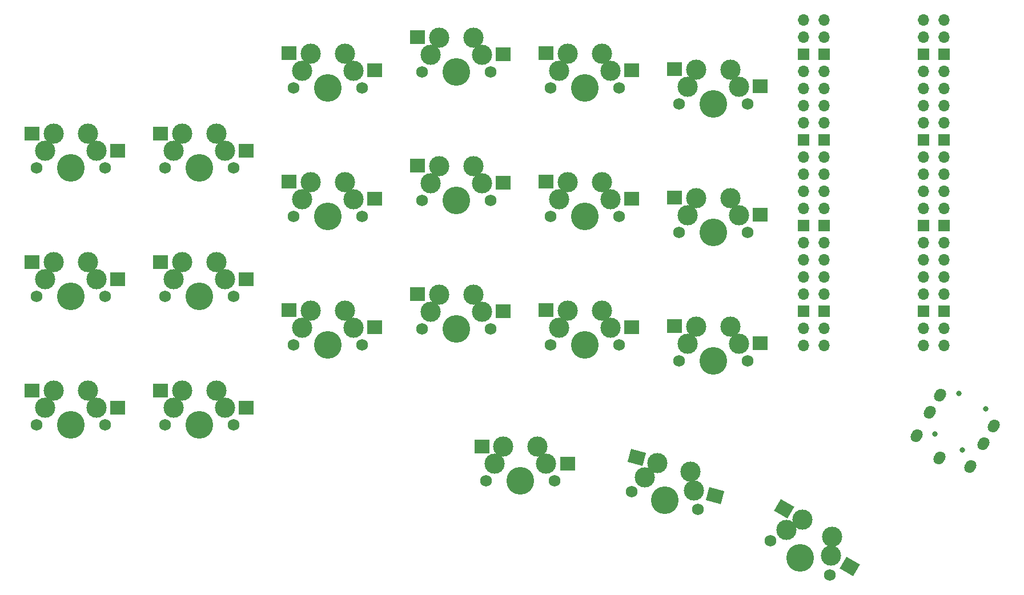
<source format=gts>
G04 #@! TF.GenerationSoftware,KiCad,Pcbnew,8.0.4*
G04 #@! TF.CreationDate,2024-09-23T05:23:03+03:00*
G04 #@! TF.ProjectId,muikku42,6d75696b-6b75-4343-922e-6b696361645f,rev?*
G04 #@! TF.SameCoordinates,Original*
G04 #@! TF.FileFunction,Soldermask,Top*
G04 #@! TF.FilePolarity,Negative*
%FSLAX46Y46*%
G04 Gerber Fmt 4.6, Leading zero omitted, Abs format (unit mm)*
G04 Created by KiCad (PCBNEW 8.0.4) date 2024-09-23 05:23:03*
%MOMM*%
%LPD*%
G01*
G04 APERTURE LIST*
G04 Aperture macros list*
%AMHorizOval*
0 Thick line with rounded ends*
0 $1 width*
0 $2 $3 position (X,Y) of the first rounded end (center of the circle)*
0 $4 $5 position (X,Y) of the second rounded end (center of the circle)*
0 Add line between two ends*
20,1,$1,$2,$3,$4,$5,0*
0 Add two circle primitives to create the rounded ends*
1,1,$1,$2,$3*
1,1,$1,$4,$5*%
%AMRotRect*
0 Rectangle, with rotation*
0 The origin of the aperture is its center*
0 $1 length*
0 $2 width*
0 $3 Rotation angle, in degrees counterclockwise*
0 Add horizontal line*
21,1,$1,$2,0,0,$3*%
G04 Aperture macros list end*
%ADD10C,1.750000*%
%ADD11C,3.000000*%
%ADD12C,4.000000*%
%ADD13C,4.100000*%
%ADD14R,2.300000X2.000000*%
%ADD15RotRect,2.300000X2.000000X150.000000*%
%ADD16RotRect,2.300000X2.000000X165.000000*%
%ADD17C,0.800000*%
%ADD18HorizOval,1.600000X-0.100000X-0.173205X0.100000X0.173205X0*%
%ADD19O,1.700000X1.700000*%
%ADD20R,1.700000X1.700000*%
%ADD21HorizOval,1.600000X0.100000X0.173205X-0.100000X-0.173205X0*%
G04 APERTURE END LIST*
D10*
G04 #@! TO.C,S18*
X156845000Y-96440625D03*
D11*
X158115000Y-93900625D03*
X159385000Y-91360625D03*
D12*
X161925000Y-96440625D03*
D13*
X161925000Y-96440625D03*
D11*
X164465000Y-91360625D03*
X165735000Y-93900624D03*
D10*
X167005000Y-96440625D03*
D14*
X168925000Y-93860625D03*
X156225000Y-91320625D03*
G04 #@! TD*
D10*
G04 #@! TO.C,S2*
X80645000Y-89296875D03*
D11*
X81915000Y-86756875D03*
X83185000Y-84216875D03*
D12*
X85725000Y-89296875D03*
D13*
X85725000Y-89296875D03*
D11*
X88265000Y-84216875D03*
X89535000Y-86756874D03*
D10*
X90805000Y-89296875D03*
D14*
X92725000Y-86716875D03*
X80025000Y-84176875D03*
G04 #@! TD*
D10*
G04 #@! TO.C,S12*
X189513091Y-125488125D03*
D11*
X191882943Y-123923420D03*
X194252795Y-122358716D03*
D12*
X193912500Y-128028125D03*
D13*
X193912500Y-128028125D03*
D11*
X198652205Y-124898716D03*
X198482057Y-127733420D03*
D10*
X198311909Y-130568125D03*
D15*
X201264678Y-129293779D03*
X191536155Y-120744075D03*
G04 #@! TD*
D10*
G04 #@! TO.C,S3*
X80645000Y-108346875D03*
D11*
X81915000Y-105806875D03*
X83185000Y-103266875D03*
D12*
X85725000Y-108346875D03*
D13*
X85725000Y-108346875D03*
D11*
X88265000Y-103266875D03*
X89535000Y-105806874D03*
D10*
X90805000Y-108346875D03*
D14*
X92725000Y-105766875D03*
X80025000Y-103226875D03*
G04 #@! TD*
D10*
G04 #@! TO.C,S4*
X147320000Y-116613750D03*
D11*
X148590000Y-114073750D03*
X149860000Y-111533750D03*
D12*
X152400000Y-116613750D03*
D13*
X152400000Y-116613750D03*
D11*
X154940000Y-111533750D03*
X156210000Y-114073749D03*
D10*
X157480000Y-116613750D03*
D14*
X159400000Y-114033750D03*
X146700000Y-111493750D03*
G04 #@! TD*
D10*
G04 #@! TO.C,S19*
X175895000Y-60721875D03*
D11*
X177165000Y-58181875D03*
X178435000Y-55641875D03*
D12*
X180975000Y-60721875D03*
D13*
X180975000Y-60721875D03*
D11*
X183515000Y-55641875D03*
X184785000Y-58181874D03*
D10*
X186055000Y-60721875D03*
D14*
X187975000Y-58141875D03*
X175275000Y-55601875D03*
G04 #@! TD*
D10*
G04 #@! TO.C,S21*
X175895000Y-98821875D03*
D11*
X177165000Y-96281875D03*
X178435000Y-93741875D03*
D12*
X180975000Y-98821875D03*
D13*
X180975000Y-98821875D03*
D11*
X183515000Y-93741875D03*
X184785000Y-96281874D03*
D10*
X186055000Y-98821875D03*
D14*
X187975000Y-96241875D03*
X175275000Y-93701875D03*
G04 #@! TD*
D10*
G04 #@! TO.C,S9*
X118745000Y-58340625D03*
D11*
X120015000Y-55800625D03*
X121285000Y-53260625D03*
D12*
X123825000Y-58340625D03*
D13*
X123825000Y-58340625D03*
D11*
X126365000Y-53260625D03*
X127635000Y-55800624D03*
D10*
X128905000Y-58340625D03*
D14*
X130825000Y-55760625D03*
X118125000Y-53220625D03*
G04 #@! TD*
D10*
G04 #@! TO.C,S10*
X118745000Y-77390625D03*
D11*
X120015000Y-74850625D03*
X121285000Y-72310625D03*
D12*
X123825000Y-77390625D03*
D13*
X123825000Y-77390625D03*
D11*
X126365000Y-72310625D03*
X127635000Y-74850624D03*
D10*
X128905000Y-77390625D03*
D14*
X130825000Y-74810625D03*
X118125000Y-72270625D03*
G04 #@! TD*
D10*
G04 #@! TO.C,S6*
X99695000Y-89296875D03*
D11*
X100965000Y-86756875D03*
X102235000Y-84216875D03*
D12*
X104775000Y-89296875D03*
D13*
X104775000Y-89296875D03*
D11*
X107315000Y-84216875D03*
X108585000Y-86756874D03*
D10*
X109855000Y-89296875D03*
D14*
X111775000Y-86716875D03*
X99075000Y-84176875D03*
G04 #@! TD*
D10*
G04 #@! TO.C,S8*
X168924347Y-118213324D03*
D11*
X170808473Y-116088573D03*
X172692599Y-113963821D03*
D12*
X173831250Y-119528125D03*
D13*
X173831250Y-119528125D03*
D11*
X177599502Y-115278622D03*
X178168828Y-118060773D03*
D10*
X178738153Y-120842926D03*
D16*
X181260484Y-118847770D03*
X169650626Y-113107316D03*
G04 #@! TD*
D10*
G04 #@! TO.C,S7*
X99695000Y-108346875D03*
D11*
X100965000Y-105806875D03*
X102235000Y-103266875D03*
D12*
X104775000Y-108346875D03*
D13*
X104775000Y-108346875D03*
D11*
X107315000Y-103266875D03*
X108585000Y-105806874D03*
D10*
X109855000Y-108346875D03*
D14*
X111775000Y-105766875D03*
X99075000Y-103226875D03*
G04 #@! TD*
D17*
G04 #@! TO.C,U2*
X221383716Y-105937819D03*
X217883716Y-111999999D03*
D18*
X214541857Y-113188268D03*
X219075575Y-114535641D03*
X221075574Y-111071538D03*
X222575574Y-108473462D03*
G04 #@! TD*
D10*
G04 #@! TO.C,S14*
X137795000Y-75009375D03*
D11*
X139065000Y-72469375D03*
X140335000Y-69929375D03*
D12*
X142875000Y-75009375D03*
D13*
X142875000Y-75009375D03*
D11*
X145415000Y-69929375D03*
X146685000Y-72469374D03*
D10*
X147955000Y-75009375D03*
D14*
X149875000Y-72429375D03*
X137175000Y-69889375D03*
G04 #@! TD*
D10*
G04 #@! TO.C,S20*
X175895000Y-79771875D03*
D11*
X177165000Y-77231875D03*
X178435000Y-74691875D03*
D12*
X180975000Y-79771875D03*
D13*
X180975000Y-79771875D03*
D11*
X183515000Y-74691875D03*
X184785000Y-77231874D03*
D10*
X186055000Y-79771875D03*
D14*
X187975000Y-77191875D03*
X175275000Y-74651875D03*
G04 #@! TD*
D10*
G04 #@! TO.C,S1*
X80645000Y-70246875D03*
D11*
X81915000Y-67706875D03*
X83185000Y-65166875D03*
D12*
X85725000Y-70246875D03*
D13*
X85725000Y-70246875D03*
D11*
X88265000Y-65166875D03*
X89535000Y-67706874D03*
D10*
X90805000Y-70246875D03*
D14*
X92725000Y-67666875D03*
X80025000Y-65126875D03*
G04 #@! TD*
D19*
G04 #@! TO.C,U1*
X194397500Y-48260000D03*
X215177500Y-48260000D03*
X194397500Y-50800000D03*
X215177500Y-50800000D03*
D20*
X194397500Y-53340000D03*
X215177500Y-53340000D03*
D19*
X194397500Y-55880000D03*
X215177500Y-55880000D03*
X194397500Y-58420000D03*
X215177500Y-58420000D03*
X194397500Y-60960000D03*
X215177500Y-60960000D03*
X194397500Y-63500000D03*
X215177500Y-63500000D03*
D20*
X194397500Y-66040000D03*
X215177500Y-66040000D03*
D19*
X194397500Y-68580000D03*
X215177500Y-68580000D03*
X194397500Y-71120000D03*
X215177500Y-71120000D03*
X194397500Y-73660000D03*
X215177500Y-73660000D03*
X194397500Y-76200000D03*
X215177500Y-76200000D03*
D20*
X194397500Y-78740000D03*
X215177500Y-78740000D03*
D19*
X194397500Y-81280000D03*
X215177500Y-81280000D03*
X194397500Y-83820000D03*
X215177500Y-83820000D03*
X194397500Y-86360000D03*
X215177500Y-86360000D03*
X194397500Y-88900000D03*
X215177500Y-88900000D03*
D20*
X194397500Y-91440000D03*
X215177500Y-91440000D03*
D19*
X194397500Y-93980000D03*
X215177500Y-93980000D03*
X194397500Y-96520000D03*
X215177500Y-96520000D03*
X197397500Y-96520000D03*
X212177500Y-96520000D03*
X197397500Y-93980000D03*
X212177500Y-93980000D03*
D20*
X197397500Y-91440000D03*
X212177500Y-91440000D03*
D19*
X197397500Y-88900000D03*
X212177500Y-88900000D03*
X197397500Y-86360000D03*
X212177500Y-86360000D03*
X197397500Y-83820000D03*
X212177500Y-83820000D03*
X197397500Y-81280000D03*
X212177500Y-81280000D03*
D20*
X197397500Y-78740000D03*
X212177500Y-78740000D03*
D19*
X197397500Y-76200000D03*
X212177500Y-76200000D03*
X197397500Y-73660000D03*
X212177500Y-73660000D03*
X197397500Y-71120000D03*
X212177500Y-71120000D03*
X197397500Y-68580000D03*
X212177500Y-68580000D03*
D20*
X197397500Y-66040000D03*
X212177500Y-66040000D03*
D19*
X197397500Y-63500000D03*
X212177500Y-63500000D03*
X197397500Y-60960000D03*
X212177500Y-60960000D03*
X197397500Y-58420000D03*
X212177500Y-58420000D03*
X197397500Y-55880000D03*
X212177500Y-55880000D03*
D20*
X197397500Y-53340000D03*
X212177500Y-53340000D03*
D19*
X197397500Y-50800000D03*
X212177500Y-50800000D03*
X197397500Y-48260000D03*
X212177500Y-48260000D03*
G04 #@! TD*
D10*
G04 #@! TO.C,S13*
X137795000Y-55959375D03*
D11*
X139065000Y-53419375D03*
X140335000Y-50879375D03*
D12*
X142875000Y-55959375D03*
D13*
X142875000Y-55959375D03*
D11*
X145415000Y-50879375D03*
X146685000Y-53419374D03*
D10*
X147955000Y-55959375D03*
D14*
X149875000Y-53379375D03*
X137175000Y-50839375D03*
G04 #@! TD*
D10*
G04 #@! TO.C,S5*
X99695000Y-70246875D03*
D11*
X100965000Y-67706875D03*
X102235000Y-65166875D03*
D12*
X104775000Y-70246875D03*
D13*
X104775000Y-70246875D03*
D11*
X107315000Y-65166875D03*
X108585000Y-67706874D03*
D10*
X109855000Y-70246875D03*
D14*
X111775000Y-67666875D03*
X99075000Y-65126875D03*
G04 #@! TD*
D10*
G04 #@! TO.C,S15*
X137795000Y-94059375D03*
D11*
X139065000Y-91519375D03*
X140335000Y-88979375D03*
D12*
X142875000Y-94059375D03*
D13*
X142875000Y-94059375D03*
D11*
X145415000Y-88979375D03*
X146685000Y-91519374D03*
D10*
X147955000Y-94059375D03*
D14*
X149875000Y-91479375D03*
X137175000Y-88939375D03*
G04 #@! TD*
D10*
G04 #@! TO.C,S17*
X156845000Y-77390625D03*
D11*
X158115000Y-74850625D03*
X159385000Y-72310625D03*
D12*
X161925000Y-77390625D03*
D13*
X161925000Y-77390625D03*
D11*
X164465000Y-72310625D03*
X165735000Y-74850624D03*
D10*
X167005000Y-77390625D03*
D14*
X168925000Y-74810625D03*
X156225000Y-72270625D03*
G04 #@! TD*
D10*
G04 #@! TO.C,S11*
X118745000Y-96440625D03*
D11*
X120015000Y-93900625D03*
X121285000Y-91360625D03*
D12*
X123825000Y-96440625D03*
D13*
X123825000Y-96440625D03*
D11*
X126365000Y-91360625D03*
X127635000Y-93900624D03*
D10*
X128905000Y-96440625D03*
D14*
X130825000Y-93860625D03*
X118125000Y-91320625D03*
G04 #@! TD*
D10*
G04 #@! TO.C,S16*
X156845000Y-58340625D03*
D11*
X158115000Y-55800625D03*
X159385000Y-53260625D03*
D12*
X161925000Y-58340625D03*
D13*
X161925000Y-58340625D03*
D11*
X164465000Y-53260625D03*
X165735000Y-55800624D03*
D10*
X167005000Y-58340625D03*
D14*
X168925000Y-55760625D03*
X156225000Y-53220625D03*
G04 #@! TD*
D17*
G04 #@! TO.C,U3*
X213900000Y-109700000D03*
X217400000Y-103637820D03*
D21*
X214541858Y-113188269D03*
X211108141Y-109935641D03*
X213108142Y-106471539D03*
X214608143Y-103873464D03*
G04 #@! TD*
M02*

</source>
